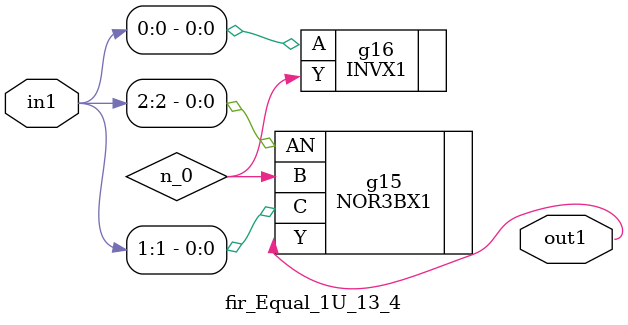
<source format=v>
`timescale 1ps / 1ps


module fir_Equal_1U_13_4(in1, out1);
  input [2:0] in1;
  output out1;
  wire [2:0] in1;
  wire out1;
  wire n_0;
  NOR3BX1 g15(.AN (in1[2]), .B (n_0), .C (in1[1]), .Y (out1));
  INVX1 g16(.A (in1[0]), .Y (n_0));
endmodule



</source>
